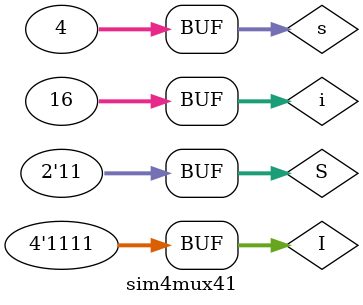
<source format=v>
`timescale 1ns / 1ps


module sim4mux41();
reg [3:0] I;
reg [1:0] S;
wire Y;
integer i, s;
mux41 uut (.I(I), .S(S), .Y(Y));
initial begin
    for (i = 0; i < 16; i = i + 1) begin
        for (s = 0; s < 4; s = s + 1) begin
            I = i;
            S = s;
            #10;
        end
    end
end
endmodule

</source>
